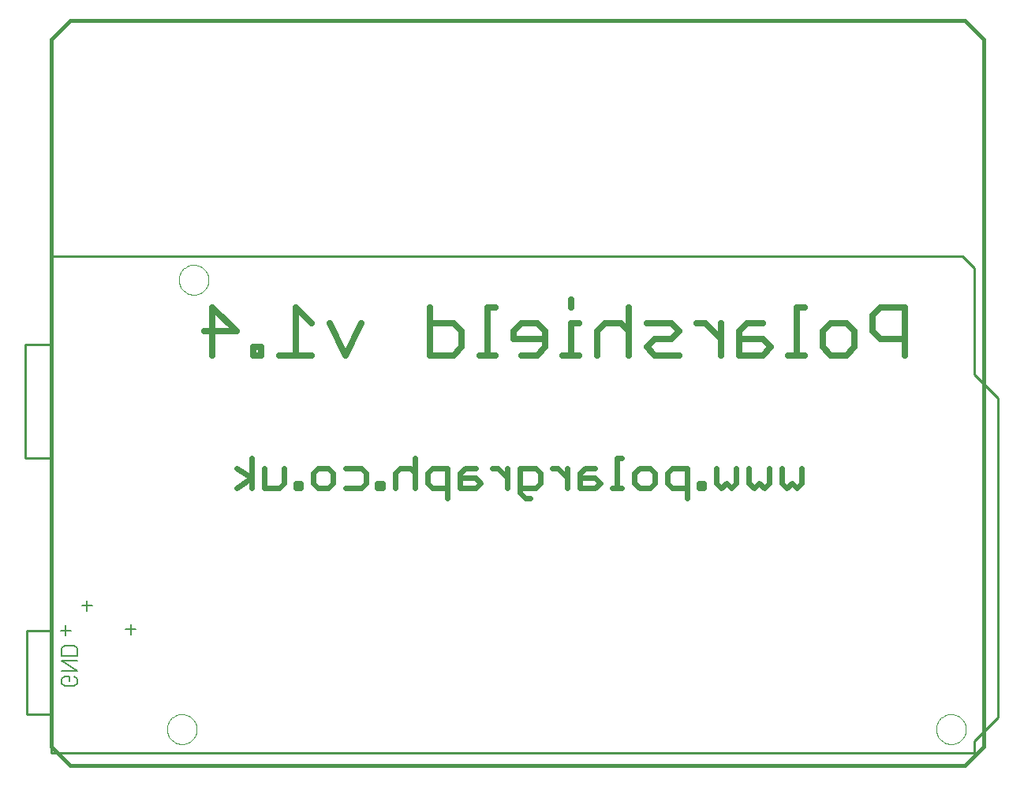
<source format=gbo>
G75*
G70*
%OFA0B0*%
%FSLAX24Y24*%
%IPPOS*%
%LPD*%
%AMOC8*
5,1,8,0,0,1.08239X$1,22.5*
%
%ADD10C,0.0160*%
%ADD11C,0.0280*%
%ADD12C,0.0230*%
%ADD13C,0.0060*%
%ADD14C,0.0100*%
%ADD15C,0.0000*%
D10*
X002220Y002007D02*
X003007Y001220D01*
X040803Y001220D01*
X041590Y002007D01*
X041590Y031929D01*
X040803Y032716D01*
X003007Y032716D01*
X002220Y031929D01*
X002220Y002007D01*
D11*
X009013Y018565D02*
X009013Y020586D01*
X010024Y019576D01*
X008676Y019576D01*
X010746Y018902D02*
X010746Y018565D01*
X011083Y018565D01*
X011083Y018902D01*
X010746Y018902D01*
X011853Y018565D02*
X013200Y018565D01*
X012526Y018565D02*
X012526Y020586D01*
X013200Y019913D01*
X013970Y019913D02*
X014644Y018565D01*
X015318Y019913D01*
X018206Y019913D02*
X019217Y019913D01*
X019554Y019576D01*
X019554Y018902D01*
X019217Y018565D01*
X018206Y018565D01*
X018206Y020586D01*
X020629Y020586D02*
X020629Y018565D01*
X020966Y018565D02*
X020292Y018565D01*
X021736Y019239D02*
X023083Y019239D01*
X023083Y018902D02*
X023083Y019576D01*
X022747Y019913D01*
X022073Y019913D01*
X021736Y019576D01*
X021736Y019239D01*
X022073Y018565D02*
X022747Y018565D01*
X023083Y018902D01*
X023821Y018565D02*
X024495Y018565D01*
X024158Y018565D02*
X024158Y019913D01*
X024495Y019913D01*
X024158Y020586D02*
X024158Y020923D01*
X025265Y019576D02*
X025602Y019913D01*
X026276Y019913D01*
X026613Y019576D01*
X027383Y019913D02*
X028394Y019913D01*
X028731Y019576D01*
X028394Y019239D01*
X027720Y019239D01*
X027383Y018902D01*
X027720Y018565D01*
X028731Y018565D01*
X029485Y019913D02*
X029822Y019913D01*
X030496Y019239D01*
X031266Y019239D02*
X032277Y019239D01*
X032614Y018902D01*
X032277Y018565D01*
X031266Y018565D01*
X031266Y019576D01*
X031603Y019913D01*
X032277Y019913D01*
X033689Y020586D02*
X033689Y018565D01*
X034025Y018565D02*
X033352Y018565D01*
X034795Y018902D02*
X035132Y018565D01*
X035806Y018565D01*
X036143Y018902D01*
X036143Y019576D01*
X035806Y019913D01*
X035132Y019913D01*
X034795Y019576D01*
X034795Y018902D01*
X036913Y019576D02*
X036913Y020249D01*
X037250Y020586D01*
X038261Y020586D01*
X038261Y018565D01*
X038261Y019239D02*
X037250Y019239D01*
X036913Y019576D01*
X034025Y020586D02*
X033689Y020586D01*
X030496Y019913D02*
X030496Y018565D01*
X026613Y018565D02*
X026613Y020586D01*
X025265Y019576D02*
X025265Y018565D01*
X020966Y020586D02*
X020629Y020586D01*
D12*
X017572Y014220D02*
X017572Y012949D01*
X018106Y013161D02*
X018318Y012949D01*
X018953Y012949D01*
X018953Y012525D02*
X018953Y013797D01*
X018318Y013797D01*
X018106Y013585D01*
X018106Y013161D01*
X017572Y013585D02*
X017360Y013797D01*
X016937Y013797D01*
X016725Y013585D01*
X016725Y012949D01*
X016191Y012949D02*
X016191Y013161D01*
X015979Y013161D01*
X015979Y012949D01*
X016191Y012949D01*
X015500Y013161D02*
X015500Y013585D01*
X015288Y013797D01*
X014653Y013797D01*
X014119Y013585D02*
X014119Y013161D01*
X013907Y012949D01*
X013484Y012949D01*
X013272Y013161D01*
X013272Y013585D01*
X013484Y013797D01*
X013907Y013797D01*
X014119Y013585D01*
X014653Y012949D02*
X015288Y012949D01*
X015500Y013161D01*
X012738Y013161D02*
X012738Y012949D01*
X012526Y012949D01*
X012526Y013161D01*
X012738Y013161D01*
X012047Y013161D02*
X012047Y013797D01*
X012047Y013161D02*
X011835Y012949D01*
X011200Y012949D01*
X011200Y013797D01*
X010666Y014220D02*
X010666Y012949D01*
X010666Y013373D02*
X010031Y013797D01*
X010666Y013373D02*
X010031Y012949D01*
X019487Y012949D02*
X020123Y012949D01*
X020334Y013161D01*
X020123Y013373D01*
X019487Y013373D01*
X019487Y013585D02*
X019487Y012949D01*
X019487Y013585D02*
X019699Y013797D01*
X020123Y013797D01*
X020850Y013797D02*
X021062Y013797D01*
X021485Y013373D01*
X021485Y012949D02*
X021485Y013797D01*
X022019Y013797D02*
X022655Y013797D01*
X022867Y013585D01*
X022867Y013161D01*
X022655Y012949D01*
X022019Y012949D01*
X022019Y012737D02*
X022019Y013797D01*
X023382Y013797D02*
X023594Y013797D01*
X024018Y013373D01*
X024018Y012949D02*
X024018Y013797D01*
X024551Y013585D02*
X024551Y012949D01*
X025187Y012949D01*
X025399Y013161D01*
X025187Y013373D01*
X024551Y013373D01*
X024551Y013585D02*
X024763Y013797D01*
X025187Y013797D01*
X026108Y014220D02*
X026108Y012949D01*
X026320Y012949D02*
X025896Y012949D01*
X026853Y013161D02*
X026853Y013585D01*
X027065Y013797D01*
X027489Y013797D01*
X027701Y013585D01*
X027701Y013161D01*
X027489Y012949D01*
X027065Y012949D01*
X026853Y013161D01*
X026320Y014220D02*
X026108Y014220D01*
X028235Y013585D02*
X028235Y013161D01*
X028446Y012949D01*
X029082Y012949D01*
X029082Y012525D02*
X029082Y013797D01*
X028446Y013797D01*
X028235Y013585D01*
X029561Y013161D02*
X029561Y012949D01*
X029772Y012949D01*
X029772Y013161D01*
X029561Y013161D01*
X030306Y013161D02*
X030306Y013797D01*
X030306Y013161D02*
X030518Y012949D01*
X030730Y013161D01*
X030942Y012949D01*
X031154Y013161D01*
X031154Y013797D01*
X031687Y013797D02*
X031687Y013161D01*
X031899Y012949D01*
X032111Y013161D01*
X032323Y012949D01*
X032535Y013161D01*
X032535Y013797D01*
X033069Y013797D02*
X033069Y013161D01*
X033280Y012949D01*
X033492Y013161D01*
X033704Y012949D01*
X033916Y013161D01*
X033916Y013797D01*
X022443Y012525D02*
X022231Y012525D01*
X022019Y012737D01*
D13*
X005777Y006970D02*
X005350Y006970D01*
X005564Y006757D02*
X005564Y007184D01*
X003927Y007970D02*
X003500Y007970D01*
X003714Y007757D02*
X003714Y008184D01*
X002814Y007134D02*
X002814Y006707D01*
X002600Y006920D02*
X003027Y006920D01*
X003184Y006282D02*
X002757Y006282D01*
X002650Y006176D01*
X002650Y005855D01*
X003291Y005855D01*
X003291Y006176D01*
X003184Y006282D01*
X003291Y005638D02*
X002650Y005638D01*
X003291Y005211D01*
X002650Y005211D01*
X002757Y004993D02*
X002970Y004993D01*
X002970Y004780D01*
X002757Y004993D02*
X002650Y004887D01*
X002650Y004673D01*
X002757Y004566D01*
X003184Y004566D01*
X003291Y004673D01*
X003291Y004887D01*
X003184Y004993D01*
D14*
X002220Y001751D02*
X041220Y001751D01*
X041220Y002251D01*
X042220Y003251D01*
X042220Y016751D01*
X041220Y017751D01*
X041220Y022251D01*
X040720Y022751D01*
X002220Y022751D01*
X002220Y019011D01*
X001118Y019011D01*
X001118Y014208D01*
X002220Y014208D01*
X002220Y001751D01*
X002181Y003381D02*
X001165Y003381D01*
X001165Y006925D01*
X002181Y006925D01*
X002220Y014208D02*
X002220Y019011D01*
D15*
X007590Y021751D02*
X007592Y021801D01*
X007598Y021851D01*
X007608Y021900D01*
X007622Y021948D01*
X007639Y021995D01*
X007660Y022040D01*
X007685Y022084D01*
X007713Y022125D01*
X007745Y022164D01*
X007779Y022201D01*
X007816Y022235D01*
X007856Y022265D01*
X007898Y022292D01*
X007942Y022316D01*
X007988Y022337D01*
X008035Y022353D01*
X008083Y022366D01*
X008133Y022375D01*
X008182Y022380D01*
X008233Y022381D01*
X008283Y022378D01*
X008332Y022371D01*
X008381Y022360D01*
X008429Y022345D01*
X008475Y022327D01*
X008520Y022305D01*
X008563Y022279D01*
X008604Y022250D01*
X008643Y022218D01*
X008679Y022183D01*
X008711Y022145D01*
X008741Y022105D01*
X008768Y022062D01*
X008791Y022018D01*
X008810Y021972D01*
X008826Y021924D01*
X008838Y021875D01*
X008846Y021826D01*
X008850Y021776D01*
X008850Y021726D01*
X008846Y021676D01*
X008838Y021627D01*
X008826Y021578D01*
X008810Y021530D01*
X008791Y021484D01*
X008768Y021440D01*
X008741Y021397D01*
X008711Y021357D01*
X008679Y021319D01*
X008643Y021284D01*
X008604Y021252D01*
X008563Y021223D01*
X008520Y021197D01*
X008475Y021175D01*
X008429Y021157D01*
X008381Y021142D01*
X008332Y021131D01*
X008283Y021124D01*
X008233Y021121D01*
X008182Y021122D01*
X008133Y021127D01*
X008083Y021136D01*
X008035Y021149D01*
X007988Y021165D01*
X007942Y021186D01*
X007898Y021210D01*
X007856Y021237D01*
X007816Y021267D01*
X007779Y021301D01*
X007745Y021338D01*
X007713Y021377D01*
X007685Y021418D01*
X007660Y021462D01*
X007639Y021507D01*
X007622Y021554D01*
X007608Y021602D01*
X007598Y021651D01*
X007592Y021701D01*
X007590Y021751D01*
X007090Y002751D02*
X007092Y002801D01*
X007098Y002851D01*
X007108Y002900D01*
X007122Y002948D01*
X007139Y002995D01*
X007160Y003040D01*
X007185Y003084D01*
X007213Y003125D01*
X007245Y003164D01*
X007279Y003201D01*
X007316Y003235D01*
X007356Y003265D01*
X007398Y003292D01*
X007442Y003316D01*
X007488Y003337D01*
X007535Y003353D01*
X007583Y003366D01*
X007633Y003375D01*
X007682Y003380D01*
X007733Y003381D01*
X007783Y003378D01*
X007832Y003371D01*
X007881Y003360D01*
X007929Y003345D01*
X007975Y003327D01*
X008020Y003305D01*
X008063Y003279D01*
X008104Y003250D01*
X008143Y003218D01*
X008179Y003183D01*
X008211Y003145D01*
X008241Y003105D01*
X008268Y003062D01*
X008291Y003018D01*
X008310Y002972D01*
X008326Y002924D01*
X008338Y002875D01*
X008346Y002826D01*
X008350Y002776D01*
X008350Y002726D01*
X008346Y002676D01*
X008338Y002627D01*
X008326Y002578D01*
X008310Y002530D01*
X008291Y002484D01*
X008268Y002440D01*
X008241Y002397D01*
X008211Y002357D01*
X008179Y002319D01*
X008143Y002284D01*
X008104Y002252D01*
X008063Y002223D01*
X008020Y002197D01*
X007975Y002175D01*
X007929Y002157D01*
X007881Y002142D01*
X007832Y002131D01*
X007783Y002124D01*
X007733Y002121D01*
X007682Y002122D01*
X007633Y002127D01*
X007583Y002136D01*
X007535Y002149D01*
X007488Y002165D01*
X007442Y002186D01*
X007398Y002210D01*
X007356Y002237D01*
X007316Y002267D01*
X007279Y002301D01*
X007245Y002338D01*
X007213Y002377D01*
X007185Y002418D01*
X007160Y002462D01*
X007139Y002507D01*
X007122Y002554D01*
X007108Y002602D01*
X007098Y002651D01*
X007092Y002701D01*
X007090Y002751D01*
X039590Y002751D02*
X039592Y002801D01*
X039598Y002851D01*
X039608Y002900D01*
X039622Y002948D01*
X039639Y002995D01*
X039660Y003040D01*
X039685Y003084D01*
X039713Y003125D01*
X039745Y003164D01*
X039779Y003201D01*
X039816Y003235D01*
X039856Y003265D01*
X039898Y003292D01*
X039942Y003316D01*
X039988Y003337D01*
X040035Y003353D01*
X040083Y003366D01*
X040133Y003375D01*
X040182Y003380D01*
X040233Y003381D01*
X040283Y003378D01*
X040332Y003371D01*
X040381Y003360D01*
X040429Y003345D01*
X040475Y003327D01*
X040520Y003305D01*
X040563Y003279D01*
X040604Y003250D01*
X040643Y003218D01*
X040679Y003183D01*
X040711Y003145D01*
X040741Y003105D01*
X040768Y003062D01*
X040791Y003018D01*
X040810Y002972D01*
X040826Y002924D01*
X040838Y002875D01*
X040846Y002826D01*
X040850Y002776D01*
X040850Y002726D01*
X040846Y002676D01*
X040838Y002627D01*
X040826Y002578D01*
X040810Y002530D01*
X040791Y002484D01*
X040768Y002440D01*
X040741Y002397D01*
X040711Y002357D01*
X040679Y002319D01*
X040643Y002284D01*
X040604Y002252D01*
X040563Y002223D01*
X040520Y002197D01*
X040475Y002175D01*
X040429Y002157D01*
X040381Y002142D01*
X040332Y002131D01*
X040283Y002124D01*
X040233Y002121D01*
X040182Y002122D01*
X040133Y002127D01*
X040083Y002136D01*
X040035Y002149D01*
X039988Y002165D01*
X039942Y002186D01*
X039898Y002210D01*
X039856Y002237D01*
X039816Y002267D01*
X039779Y002301D01*
X039745Y002338D01*
X039713Y002377D01*
X039685Y002418D01*
X039660Y002462D01*
X039639Y002507D01*
X039622Y002554D01*
X039608Y002602D01*
X039598Y002651D01*
X039592Y002701D01*
X039590Y002751D01*
M02*

</source>
